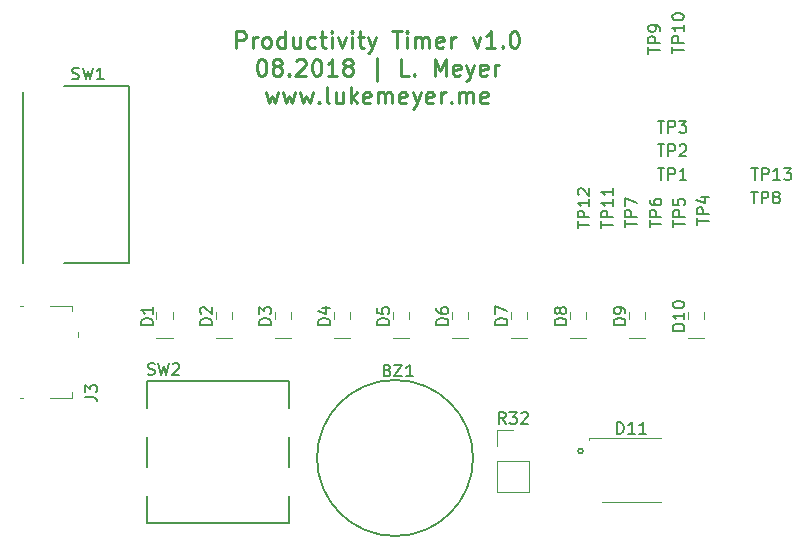
<source format=gto>
G04 #@! TF.FileFunction,Legend,Top*
%FSLAX46Y46*%
G04 Gerber Fmt 4.6, Leading zero omitted, Abs format (unit mm)*
G04 Created by KiCad (PCBNEW 4.0.7-e2-6376~58~ubuntu16.04.1) date Wed Aug 29 00:33:05 2018*
%MOMM*%
%LPD*%
G01*
G04 APERTURE LIST*
%ADD10C,0.100000*%
%ADD11C,0.200000*%
%ADD12C,0.250000*%
%ADD13C,0.150000*%
%ADD14C,0.120000*%
%ADD15C,3.400000*%
%ADD16R,2.400000X2.400000*%
%ADD17C,2.400000*%
%ADD18R,1.600000X1.600000*%
%ADD19R,2.400000X1.500000*%
%ADD20R,2.100000X2.100000*%
%ADD21O,2.100000X2.100000*%
%ADD22R,1.600000X2.100000*%
%ADD23O,1.600000X2.100000*%
%ADD24C,6.800000*%
%ADD25C,1.900000*%
%ADD26C,1.200000*%
%ADD27R,2.099260X1.598880*%
%ADD28O,2.099260X1.598880*%
%ADD29R,2.300000X1.900000*%
%ADD30C,1.850000*%
%ADD31R,1.750000X0.800000*%
%ADD32O,2.300000X1.600000*%
%ADD33R,2.300000X1.600000*%
G04 APERTURE END LIST*
D10*
D11*
X75900000Y-101400000D02*
G75*
G03X75900000Y-101400000I-200000J0D01*
G01*
D12*
X46566664Y-67283333D02*
X46566664Y-65883333D01*
X47099998Y-65883333D01*
X47233331Y-65950000D01*
X47299998Y-66016667D01*
X47366664Y-66150000D01*
X47366664Y-66350000D01*
X47299998Y-66483333D01*
X47233331Y-66550000D01*
X47099998Y-66616667D01*
X46566664Y-66616667D01*
X47966664Y-67283333D02*
X47966664Y-66350000D01*
X47966664Y-66616667D02*
X48033331Y-66483333D01*
X48099998Y-66416667D01*
X48233331Y-66350000D01*
X48366664Y-66350000D01*
X49033331Y-67283333D02*
X48899998Y-67216667D01*
X48833331Y-67150000D01*
X48766665Y-67016667D01*
X48766665Y-66616667D01*
X48833331Y-66483333D01*
X48899998Y-66416667D01*
X49033331Y-66350000D01*
X49233331Y-66350000D01*
X49366665Y-66416667D01*
X49433331Y-66483333D01*
X49499998Y-66616667D01*
X49499998Y-67016667D01*
X49433331Y-67150000D01*
X49366665Y-67216667D01*
X49233331Y-67283333D01*
X49033331Y-67283333D01*
X50699998Y-67283333D02*
X50699998Y-65883333D01*
X50699998Y-67216667D02*
X50566665Y-67283333D01*
X50299998Y-67283333D01*
X50166665Y-67216667D01*
X50099998Y-67150000D01*
X50033332Y-67016667D01*
X50033332Y-66616667D01*
X50099998Y-66483333D01*
X50166665Y-66416667D01*
X50299998Y-66350000D01*
X50566665Y-66350000D01*
X50699998Y-66416667D01*
X51966665Y-66350000D02*
X51966665Y-67283333D01*
X51366665Y-66350000D02*
X51366665Y-67083333D01*
X51433332Y-67216667D01*
X51566665Y-67283333D01*
X51766665Y-67283333D01*
X51899999Y-67216667D01*
X51966665Y-67150000D01*
X53233332Y-67216667D02*
X53099999Y-67283333D01*
X52833332Y-67283333D01*
X52699999Y-67216667D01*
X52633332Y-67150000D01*
X52566666Y-67016667D01*
X52566666Y-66616667D01*
X52633332Y-66483333D01*
X52699999Y-66416667D01*
X52833332Y-66350000D01*
X53099999Y-66350000D01*
X53233332Y-66416667D01*
X53633332Y-66350000D02*
X54166666Y-66350000D01*
X53833332Y-65883333D02*
X53833332Y-67083333D01*
X53899999Y-67216667D01*
X54033332Y-67283333D01*
X54166666Y-67283333D01*
X54633332Y-67283333D02*
X54633332Y-66350000D01*
X54633332Y-65883333D02*
X54566666Y-65950000D01*
X54633332Y-66016667D01*
X54699999Y-65950000D01*
X54633332Y-65883333D01*
X54633332Y-66016667D01*
X55166666Y-66350000D02*
X55499999Y-67283333D01*
X55833333Y-66350000D01*
X56366666Y-67283333D02*
X56366666Y-66350000D01*
X56366666Y-65883333D02*
X56300000Y-65950000D01*
X56366666Y-66016667D01*
X56433333Y-65950000D01*
X56366666Y-65883333D01*
X56366666Y-66016667D01*
X56833333Y-66350000D02*
X57366667Y-66350000D01*
X57033333Y-65883333D02*
X57033333Y-67083333D01*
X57100000Y-67216667D01*
X57233333Y-67283333D01*
X57366667Y-67283333D01*
X57700000Y-66350000D02*
X58033333Y-67283333D01*
X58366667Y-66350000D02*
X58033333Y-67283333D01*
X57900000Y-67616667D01*
X57833333Y-67683333D01*
X57700000Y-67750000D01*
X59766667Y-65883333D02*
X60566667Y-65883333D01*
X60166667Y-67283333D02*
X60166667Y-65883333D01*
X61033334Y-67283333D02*
X61033334Y-66350000D01*
X61033334Y-65883333D02*
X60966668Y-65950000D01*
X61033334Y-66016667D01*
X61100001Y-65950000D01*
X61033334Y-65883333D01*
X61033334Y-66016667D01*
X61700001Y-67283333D02*
X61700001Y-66350000D01*
X61700001Y-66483333D02*
X61766668Y-66416667D01*
X61900001Y-66350000D01*
X62100001Y-66350000D01*
X62233335Y-66416667D01*
X62300001Y-66550000D01*
X62300001Y-67283333D01*
X62300001Y-66550000D02*
X62366668Y-66416667D01*
X62500001Y-66350000D01*
X62700001Y-66350000D01*
X62833335Y-66416667D01*
X62900001Y-66550000D01*
X62900001Y-67283333D01*
X64100002Y-67216667D02*
X63966668Y-67283333D01*
X63700002Y-67283333D01*
X63566668Y-67216667D01*
X63500002Y-67083333D01*
X63500002Y-66550000D01*
X63566668Y-66416667D01*
X63700002Y-66350000D01*
X63966668Y-66350000D01*
X64100002Y-66416667D01*
X64166668Y-66550000D01*
X64166668Y-66683333D01*
X63500002Y-66816667D01*
X64766668Y-67283333D02*
X64766668Y-66350000D01*
X64766668Y-66616667D02*
X64833335Y-66483333D01*
X64900002Y-66416667D01*
X65033335Y-66350000D01*
X65166668Y-66350000D01*
X66566669Y-66350000D02*
X66900002Y-67283333D01*
X67233336Y-66350000D01*
X68500003Y-67283333D02*
X67700003Y-67283333D01*
X68100003Y-67283333D02*
X68100003Y-65883333D01*
X67966669Y-66083333D01*
X67833336Y-66216667D01*
X67700003Y-66283333D01*
X69100002Y-67150000D02*
X69166669Y-67216667D01*
X69100002Y-67283333D01*
X69033336Y-67216667D01*
X69100002Y-67150000D01*
X69100002Y-67283333D01*
X70033336Y-65883333D02*
X70166669Y-65883333D01*
X70300003Y-65950000D01*
X70366669Y-66016667D01*
X70433336Y-66150000D01*
X70500003Y-66416667D01*
X70500003Y-66750000D01*
X70433336Y-67016667D01*
X70366669Y-67150000D01*
X70300003Y-67216667D01*
X70166669Y-67283333D01*
X70033336Y-67283333D01*
X69900003Y-67216667D01*
X69833336Y-67150000D01*
X69766669Y-67016667D01*
X69700003Y-66750000D01*
X69700003Y-66416667D01*
X69766669Y-66150000D01*
X69833336Y-66016667D01*
X69900003Y-65950000D01*
X70033336Y-65883333D01*
X48633334Y-68233333D02*
X48766667Y-68233333D01*
X48900001Y-68300000D01*
X48966667Y-68366667D01*
X49033334Y-68500000D01*
X49100001Y-68766667D01*
X49100001Y-69100000D01*
X49033334Y-69366667D01*
X48966667Y-69500000D01*
X48900001Y-69566667D01*
X48766667Y-69633333D01*
X48633334Y-69633333D01*
X48500001Y-69566667D01*
X48433334Y-69500000D01*
X48366667Y-69366667D01*
X48300001Y-69100000D01*
X48300001Y-68766667D01*
X48366667Y-68500000D01*
X48433334Y-68366667D01*
X48500001Y-68300000D01*
X48633334Y-68233333D01*
X49900000Y-68833333D02*
X49766667Y-68766667D01*
X49700000Y-68700000D01*
X49633334Y-68566667D01*
X49633334Y-68500000D01*
X49700000Y-68366667D01*
X49766667Y-68300000D01*
X49900000Y-68233333D01*
X50166667Y-68233333D01*
X50300000Y-68300000D01*
X50366667Y-68366667D01*
X50433334Y-68500000D01*
X50433334Y-68566667D01*
X50366667Y-68700000D01*
X50300000Y-68766667D01*
X50166667Y-68833333D01*
X49900000Y-68833333D01*
X49766667Y-68900000D01*
X49700000Y-68966667D01*
X49633334Y-69100000D01*
X49633334Y-69366667D01*
X49700000Y-69500000D01*
X49766667Y-69566667D01*
X49900000Y-69633333D01*
X50166667Y-69633333D01*
X50300000Y-69566667D01*
X50366667Y-69500000D01*
X50433334Y-69366667D01*
X50433334Y-69100000D01*
X50366667Y-68966667D01*
X50300000Y-68900000D01*
X50166667Y-68833333D01*
X51033333Y-69500000D02*
X51100000Y-69566667D01*
X51033333Y-69633333D01*
X50966667Y-69566667D01*
X51033333Y-69500000D01*
X51033333Y-69633333D01*
X51633334Y-68366667D02*
X51700000Y-68300000D01*
X51833334Y-68233333D01*
X52166667Y-68233333D01*
X52300000Y-68300000D01*
X52366667Y-68366667D01*
X52433334Y-68500000D01*
X52433334Y-68633333D01*
X52366667Y-68833333D01*
X51566667Y-69633333D01*
X52433334Y-69633333D01*
X53300000Y-68233333D02*
X53433333Y-68233333D01*
X53566667Y-68300000D01*
X53633333Y-68366667D01*
X53700000Y-68500000D01*
X53766667Y-68766667D01*
X53766667Y-69100000D01*
X53700000Y-69366667D01*
X53633333Y-69500000D01*
X53566667Y-69566667D01*
X53433333Y-69633333D01*
X53300000Y-69633333D01*
X53166667Y-69566667D01*
X53100000Y-69500000D01*
X53033333Y-69366667D01*
X52966667Y-69100000D01*
X52966667Y-68766667D01*
X53033333Y-68500000D01*
X53100000Y-68366667D01*
X53166667Y-68300000D01*
X53300000Y-68233333D01*
X55100000Y-69633333D02*
X54300000Y-69633333D01*
X54700000Y-69633333D02*
X54700000Y-68233333D01*
X54566666Y-68433333D01*
X54433333Y-68566667D01*
X54300000Y-68633333D01*
X55899999Y-68833333D02*
X55766666Y-68766667D01*
X55699999Y-68700000D01*
X55633333Y-68566667D01*
X55633333Y-68500000D01*
X55699999Y-68366667D01*
X55766666Y-68300000D01*
X55899999Y-68233333D01*
X56166666Y-68233333D01*
X56299999Y-68300000D01*
X56366666Y-68366667D01*
X56433333Y-68500000D01*
X56433333Y-68566667D01*
X56366666Y-68700000D01*
X56299999Y-68766667D01*
X56166666Y-68833333D01*
X55899999Y-68833333D01*
X55766666Y-68900000D01*
X55699999Y-68966667D01*
X55633333Y-69100000D01*
X55633333Y-69366667D01*
X55699999Y-69500000D01*
X55766666Y-69566667D01*
X55899999Y-69633333D01*
X56166666Y-69633333D01*
X56299999Y-69566667D01*
X56366666Y-69500000D01*
X56433333Y-69366667D01*
X56433333Y-69100000D01*
X56366666Y-68966667D01*
X56299999Y-68900000D01*
X56166666Y-68833333D01*
X58433333Y-70100000D02*
X58433333Y-68100000D01*
X61166666Y-69633333D02*
X60499999Y-69633333D01*
X60499999Y-68233333D01*
X61633332Y-69500000D02*
X61699999Y-69566667D01*
X61633332Y-69633333D01*
X61566666Y-69566667D01*
X61633332Y-69500000D01*
X61633332Y-69633333D01*
X63366666Y-69633333D02*
X63366666Y-68233333D01*
X63833333Y-69233333D01*
X64300000Y-68233333D01*
X64300000Y-69633333D01*
X65500000Y-69566667D02*
X65366666Y-69633333D01*
X65100000Y-69633333D01*
X64966666Y-69566667D01*
X64900000Y-69433333D01*
X64900000Y-68900000D01*
X64966666Y-68766667D01*
X65100000Y-68700000D01*
X65366666Y-68700000D01*
X65500000Y-68766667D01*
X65566666Y-68900000D01*
X65566666Y-69033333D01*
X64900000Y-69166667D01*
X66033333Y-68700000D02*
X66366666Y-69633333D01*
X66700000Y-68700000D02*
X66366666Y-69633333D01*
X66233333Y-69966667D01*
X66166666Y-70033333D01*
X66033333Y-70100000D01*
X67766667Y-69566667D02*
X67633333Y-69633333D01*
X67366667Y-69633333D01*
X67233333Y-69566667D01*
X67166667Y-69433333D01*
X67166667Y-68900000D01*
X67233333Y-68766667D01*
X67366667Y-68700000D01*
X67633333Y-68700000D01*
X67766667Y-68766667D01*
X67833333Y-68900000D01*
X67833333Y-69033333D01*
X67166667Y-69166667D01*
X68433333Y-69633333D02*
X68433333Y-68700000D01*
X68433333Y-68966667D02*
X68500000Y-68833333D01*
X68566667Y-68766667D01*
X68700000Y-68700000D01*
X68833333Y-68700000D01*
X49033332Y-71050000D02*
X49299999Y-71983333D01*
X49566665Y-71316667D01*
X49833332Y-71983333D01*
X50099999Y-71050000D01*
X50499999Y-71050000D02*
X50766666Y-71983333D01*
X51033332Y-71316667D01*
X51299999Y-71983333D01*
X51566666Y-71050000D01*
X51966666Y-71050000D02*
X52233333Y-71983333D01*
X52499999Y-71316667D01*
X52766666Y-71983333D01*
X53033333Y-71050000D01*
X53566666Y-71850000D02*
X53633333Y-71916667D01*
X53566666Y-71983333D01*
X53500000Y-71916667D01*
X53566666Y-71850000D01*
X53566666Y-71983333D01*
X54433333Y-71983333D02*
X54300000Y-71916667D01*
X54233333Y-71783333D01*
X54233333Y-70583333D01*
X55566666Y-71050000D02*
X55566666Y-71983333D01*
X54966666Y-71050000D02*
X54966666Y-71783333D01*
X55033333Y-71916667D01*
X55166666Y-71983333D01*
X55366666Y-71983333D01*
X55500000Y-71916667D01*
X55566666Y-71850000D01*
X56233333Y-71983333D02*
X56233333Y-70583333D01*
X56366667Y-71450000D02*
X56766667Y-71983333D01*
X56766667Y-71050000D02*
X56233333Y-71583333D01*
X57900000Y-71916667D02*
X57766666Y-71983333D01*
X57500000Y-71983333D01*
X57366666Y-71916667D01*
X57300000Y-71783333D01*
X57300000Y-71250000D01*
X57366666Y-71116667D01*
X57500000Y-71050000D01*
X57766666Y-71050000D01*
X57900000Y-71116667D01*
X57966666Y-71250000D01*
X57966666Y-71383333D01*
X57300000Y-71516667D01*
X58566666Y-71983333D02*
X58566666Y-71050000D01*
X58566666Y-71183333D02*
X58633333Y-71116667D01*
X58766666Y-71050000D01*
X58966666Y-71050000D01*
X59100000Y-71116667D01*
X59166666Y-71250000D01*
X59166666Y-71983333D01*
X59166666Y-71250000D02*
X59233333Y-71116667D01*
X59366666Y-71050000D01*
X59566666Y-71050000D01*
X59700000Y-71116667D01*
X59766666Y-71250000D01*
X59766666Y-71983333D01*
X60966667Y-71916667D02*
X60833333Y-71983333D01*
X60566667Y-71983333D01*
X60433333Y-71916667D01*
X60366667Y-71783333D01*
X60366667Y-71250000D01*
X60433333Y-71116667D01*
X60566667Y-71050000D01*
X60833333Y-71050000D01*
X60966667Y-71116667D01*
X61033333Y-71250000D01*
X61033333Y-71383333D01*
X60366667Y-71516667D01*
X61500000Y-71050000D02*
X61833333Y-71983333D01*
X62166667Y-71050000D02*
X61833333Y-71983333D01*
X61700000Y-72316667D01*
X61633333Y-72383333D01*
X61500000Y-72450000D01*
X63233334Y-71916667D02*
X63100000Y-71983333D01*
X62833334Y-71983333D01*
X62700000Y-71916667D01*
X62633334Y-71783333D01*
X62633334Y-71250000D01*
X62700000Y-71116667D01*
X62833334Y-71050000D01*
X63100000Y-71050000D01*
X63233334Y-71116667D01*
X63300000Y-71250000D01*
X63300000Y-71383333D01*
X62633334Y-71516667D01*
X63900000Y-71983333D02*
X63900000Y-71050000D01*
X63900000Y-71316667D02*
X63966667Y-71183333D01*
X64033334Y-71116667D01*
X64166667Y-71050000D01*
X64300000Y-71050000D01*
X64766667Y-71850000D02*
X64833334Y-71916667D01*
X64766667Y-71983333D01*
X64700001Y-71916667D01*
X64766667Y-71850000D01*
X64766667Y-71983333D01*
X65433334Y-71983333D02*
X65433334Y-71050000D01*
X65433334Y-71183333D02*
X65500001Y-71116667D01*
X65633334Y-71050000D01*
X65833334Y-71050000D01*
X65966668Y-71116667D01*
X66033334Y-71250000D01*
X66033334Y-71983333D01*
X66033334Y-71250000D02*
X66100001Y-71116667D01*
X66233334Y-71050000D01*
X66433334Y-71050000D01*
X66566668Y-71116667D01*
X66633334Y-71250000D01*
X66633334Y-71983333D01*
X67833335Y-71916667D02*
X67700001Y-71983333D01*
X67433335Y-71983333D01*
X67300001Y-71916667D01*
X67233335Y-71783333D01*
X67233335Y-71250000D01*
X67300001Y-71116667D01*
X67433335Y-71050000D01*
X67700001Y-71050000D01*
X67833335Y-71116667D01*
X67900001Y-71250000D01*
X67900001Y-71383333D01*
X67233335Y-71516667D01*
D13*
X32000000Y-85500000D02*
X37500000Y-85500000D01*
X37500000Y-85500000D02*
X37500000Y-70500000D01*
X37500000Y-70500000D02*
X32000000Y-70500000D01*
X28500000Y-71000000D02*
X28500000Y-85500000D01*
X39000000Y-98000000D02*
X39000000Y-95500000D01*
X39000000Y-107500000D02*
X39000000Y-105000000D01*
X51000000Y-95500000D02*
X51000000Y-98000000D01*
X51000000Y-104500000D02*
X51000000Y-107500000D01*
X51000000Y-100000000D02*
X51000000Y-103000000D01*
X39000000Y-107500000D02*
X51000000Y-107500000D01*
X51000000Y-95500000D02*
X39000000Y-95500000D01*
X39000000Y-100000000D02*
X39000000Y-103000000D01*
D14*
X39800000Y-91800000D02*
X41200000Y-91800000D01*
X41200000Y-91800000D02*
X41200000Y-89000000D01*
X39800000Y-91800000D02*
X39800000Y-89000000D01*
X44800000Y-91800000D02*
X46200000Y-91800000D01*
X46200000Y-91800000D02*
X46200000Y-89000000D01*
X44800000Y-91800000D02*
X44800000Y-89000000D01*
X49800000Y-91800000D02*
X51200000Y-91800000D01*
X51200000Y-91800000D02*
X51200000Y-89000000D01*
X49800000Y-91800000D02*
X49800000Y-89000000D01*
X54800000Y-91800000D02*
X56200000Y-91800000D01*
X56200000Y-91800000D02*
X56200000Y-89000000D01*
X54800000Y-91800000D02*
X54800000Y-89000000D01*
X59800000Y-91800000D02*
X61200000Y-91800000D01*
X61200000Y-91800000D02*
X61200000Y-89000000D01*
X59800000Y-91800000D02*
X59800000Y-89000000D01*
X64800000Y-91800000D02*
X66200000Y-91800000D01*
X66200000Y-91800000D02*
X66200000Y-89000000D01*
X64800000Y-91800000D02*
X64800000Y-89000000D01*
X69800000Y-91800000D02*
X71200000Y-91800000D01*
X71200000Y-91800000D02*
X71200000Y-89000000D01*
X69800000Y-91800000D02*
X69800000Y-89000000D01*
X74800000Y-91800000D02*
X76200000Y-91800000D01*
X76200000Y-91800000D02*
X76200000Y-89000000D01*
X74800000Y-91800000D02*
X74800000Y-89000000D01*
X79800000Y-91800000D02*
X81200000Y-91800000D01*
X81200000Y-91800000D02*
X81200000Y-89000000D01*
X79800000Y-91800000D02*
X79800000Y-89000000D01*
X84800000Y-91800000D02*
X86200000Y-91800000D01*
X86200000Y-91800000D02*
X86200000Y-89000000D01*
X84800000Y-91800000D02*
X84800000Y-89000000D01*
X76400000Y-100300000D02*
X82500000Y-100300000D01*
X76400000Y-101400000D02*
X76400000Y-100300000D01*
X82500000Y-105700000D02*
X77500000Y-105700000D01*
X68670000Y-104870000D02*
X71330000Y-104870000D01*
X68670000Y-102270000D02*
X68670000Y-104870000D01*
X71330000Y-102270000D02*
X71330000Y-104870000D01*
X68670000Y-102270000D02*
X71330000Y-102270000D01*
X68670000Y-101000000D02*
X68670000Y-99670000D01*
X68670000Y-99670000D02*
X70000000Y-99670000D01*
D13*
X66604000Y-102000000D02*
G75*
G03X66604000Y-102000000I-6604000J0D01*
G01*
D14*
X32650000Y-89100000D02*
X32650000Y-89550000D01*
X30800000Y-89100000D02*
X32650000Y-89100000D01*
X28250000Y-96900000D02*
X28500000Y-96900000D01*
X28250000Y-89100000D02*
X28500000Y-89100000D01*
X30800000Y-96900000D02*
X32650000Y-96900000D01*
X32650000Y-96900000D02*
X32650000Y-96450000D01*
X33200000Y-91300000D02*
X33200000Y-91750000D01*
X33200000Y-91300000D02*
X32750000Y-91300000D01*
D13*
X32666667Y-69904762D02*
X32809524Y-69952381D01*
X33047620Y-69952381D01*
X33142858Y-69904762D01*
X33190477Y-69857143D01*
X33238096Y-69761905D01*
X33238096Y-69666667D01*
X33190477Y-69571429D01*
X33142858Y-69523810D01*
X33047620Y-69476190D01*
X32857143Y-69428571D01*
X32761905Y-69380952D01*
X32714286Y-69333333D01*
X32666667Y-69238095D01*
X32666667Y-69142857D01*
X32714286Y-69047619D01*
X32761905Y-69000000D01*
X32857143Y-68952381D01*
X33095239Y-68952381D01*
X33238096Y-69000000D01*
X33571429Y-68952381D02*
X33809524Y-69952381D01*
X34000001Y-69238095D01*
X34190477Y-69952381D01*
X34428572Y-68952381D01*
X35333334Y-69952381D02*
X34761905Y-69952381D01*
X35047619Y-69952381D02*
X35047619Y-68952381D01*
X34952381Y-69095238D01*
X34857143Y-69190476D01*
X34761905Y-69238095D01*
X39066667Y-94904762D02*
X39209524Y-94952381D01*
X39447620Y-94952381D01*
X39542858Y-94904762D01*
X39590477Y-94857143D01*
X39638096Y-94761905D01*
X39638096Y-94666667D01*
X39590477Y-94571429D01*
X39542858Y-94523810D01*
X39447620Y-94476190D01*
X39257143Y-94428571D01*
X39161905Y-94380952D01*
X39114286Y-94333333D01*
X39066667Y-94238095D01*
X39066667Y-94142857D01*
X39114286Y-94047619D01*
X39161905Y-94000000D01*
X39257143Y-93952381D01*
X39495239Y-93952381D01*
X39638096Y-94000000D01*
X39971429Y-93952381D02*
X40209524Y-94952381D01*
X40400001Y-94238095D01*
X40590477Y-94952381D01*
X40828572Y-93952381D01*
X41161905Y-94047619D02*
X41209524Y-94000000D01*
X41304762Y-93952381D01*
X41542858Y-93952381D01*
X41638096Y-94000000D01*
X41685715Y-94047619D01*
X41733334Y-94142857D01*
X41733334Y-94238095D01*
X41685715Y-94380952D01*
X41114286Y-94952381D01*
X41733334Y-94952381D01*
X39502381Y-90738095D02*
X38502381Y-90738095D01*
X38502381Y-90500000D01*
X38550000Y-90357142D01*
X38645238Y-90261904D01*
X38740476Y-90214285D01*
X38930952Y-90166666D01*
X39073810Y-90166666D01*
X39264286Y-90214285D01*
X39359524Y-90261904D01*
X39454762Y-90357142D01*
X39502381Y-90500000D01*
X39502381Y-90738095D01*
X39502381Y-89214285D02*
X39502381Y-89785714D01*
X39502381Y-89500000D02*
X38502381Y-89500000D01*
X38645238Y-89595238D01*
X38740476Y-89690476D01*
X38788095Y-89785714D01*
X44502381Y-90738095D02*
X43502381Y-90738095D01*
X43502381Y-90500000D01*
X43550000Y-90357142D01*
X43645238Y-90261904D01*
X43740476Y-90214285D01*
X43930952Y-90166666D01*
X44073810Y-90166666D01*
X44264286Y-90214285D01*
X44359524Y-90261904D01*
X44454762Y-90357142D01*
X44502381Y-90500000D01*
X44502381Y-90738095D01*
X43597619Y-89785714D02*
X43550000Y-89738095D01*
X43502381Y-89642857D01*
X43502381Y-89404761D01*
X43550000Y-89309523D01*
X43597619Y-89261904D01*
X43692857Y-89214285D01*
X43788095Y-89214285D01*
X43930952Y-89261904D01*
X44502381Y-89833333D01*
X44502381Y-89214285D01*
X49502381Y-90738095D02*
X48502381Y-90738095D01*
X48502381Y-90500000D01*
X48550000Y-90357142D01*
X48645238Y-90261904D01*
X48740476Y-90214285D01*
X48930952Y-90166666D01*
X49073810Y-90166666D01*
X49264286Y-90214285D01*
X49359524Y-90261904D01*
X49454762Y-90357142D01*
X49502381Y-90500000D01*
X49502381Y-90738095D01*
X48502381Y-89833333D02*
X48502381Y-89214285D01*
X48883333Y-89547619D01*
X48883333Y-89404761D01*
X48930952Y-89309523D01*
X48978571Y-89261904D01*
X49073810Y-89214285D01*
X49311905Y-89214285D01*
X49407143Y-89261904D01*
X49454762Y-89309523D01*
X49502381Y-89404761D01*
X49502381Y-89690476D01*
X49454762Y-89785714D01*
X49407143Y-89833333D01*
X54502381Y-90738095D02*
X53502381Y-90738095D01*
X53502381Y-90500000D01*
X53550000Y-90357142D01*
X53645238Y-90261904D01*
X53740476Y-90214285D01*
X53930952Y-90166666D01*
X54073810Y-90166666D01*
X54264286Y-90214285D01*
X54359524Y-90261904D01*
X54454762Y-90357142D01*
X54502381Y-90500000D01*
X54502381Y-90738095D01*
X53835714Y-89309523D02*
X54502381Y-89309523D01*
X53454762Y-89547619D02*
X54169048Y-89785714D01*
X54169048Y-89166666D01*
X59502381Y-90738095D02*
X58502381Y-90738095D01*
X58502381Y-90500000D01*
X58550000Y-90357142D01*
X58645238Y-90261904D01*
X58740476Y-90214285D01*
X58930952Y-90166666D01*
X59073810Y-90166666D01*
X59264286Y-90214285D01*
X59359524Y-90261904D01*
X59454762Y-90357142D01*
X59502381Y-90500000D01*
X59502381Y-90738095D01*
X58502381Y-89261904D02*
X58502381Y-89738095D01*
X58978571Y-89785714D01*
X58930952Y-89738095D01*
X58883333Y-89642857D01*
X58883333Y-89404761D01*
X58930952Y-89309523D01*
X58978571Y-89261904D01*
X59073810Y-89214285D01*
X59311905Y-89214285D01*
X59407143Y-89261904D01*
X59454762Y-89309523D01*
X59502381Y-89404761D01*
X59502381Y-89642857D01*
X59454762Y-89738095D01*
X59407143Y-89785714D01*
X64502381Y-90738095D02*
X63502381Y-90738095D01*
X63502381Y-90500000D01*
X63550000Y-90357142D01*
X63645238Y-90261904D01*
X63740476Y-90214285D01*
X63930952Y-90166666D01*
X64073810Y-90166666D01*
X64264286Y-90214285D01*
X64359524Y-90261904D01*
X64454762Y-90357142D01*
X64502381Y-90500000D01*
X64502381Y-90738095D01*
X63502381Y-89309523D02*
X63502381Y-89500000D01*
X63550000Y-89595238D01*
X63597619Y-89642857D01*
X63740476Y-89738095D01*
X63930952Y-89785714D01*
X64311905Y-89785714D01*
X64407143Y-89738095D01*
X64454762Y-89690476D01*
X64502381Y-89595238D01*
X64502381Y-89404761D01*
X64454762Y-89309523D01*
X64407143Y-89261904D01*
X64311905Y-89214285D01*
X64073810Y-89214285D01*
X63978571Y-89261904D01*
X63930952Y-89309523D01*
X63883333Y-89404761D01*
X63883333Y-89595238D01*
X63930952Y-89690476D01*
X63978571Y-89738095D01*
X64073810Y-89785714D01*
X69502381Y-90738095D02*
X68502381Y-90738095D01*
X68502381Y-90500000D01*
X68550000Y-90357142D01*
X68645238Y-90261904D01*
X68740476Y-90214285D01*
X68930952Y-90166666D01*
X69073810Y-90166666D01*
X69264286Y-90214285D01*
X69359524Y-90261904D01*
X69454762Y-90357142D01*
X69502381Y-90500000D01*
X69502381Y-90738095D01*
X68502381Y-89833333D02*
X68502381Y-89166666D01*
X69502381Y-89595238D01*
X74502381Y-90738095D02*
X73502381Y-90738095D01*
X73502381Y-90500000D01*
X73550000Y-90357142D01*
X73645238Y-90261904D01*
X73740476Y-90214285D01*
X73930952Y-90166666D01*
X74073810Y-90166666D01*
X74264286Y-90214285D01*
X74359524Y-90261904D01*
X74454762Y-90357142D01*
X74502381Y-90500000D01*
X74502381Y-90738095D01*
X73930952Y-89595238D02*
X73883333Y-89690476D01*
X73835714Y-89738095D01*
X73740476Y-89785714D01*
X73692857Y-89785714D01*
X73597619Y-89738095D01*
X73550000Y-89690476D01*
X73502381Y-89595238D01*
X73502381Y-89404761D01*
X73550000Y-89309523D01*
X73597619Y-89261904D01*
X73692857Y-89214285D01*
X73740476Y-89214285D01*
X73835714Y-89261904D01*
X73883333Y-89309523D01*
X73930952Y-89404761D01*
X73930952Y-89595238D01*
X73978571Y-89690476D01*
X74026190Y-89738095D01*
X74121429Y-89785714D01*
X74311905Y-89785714D01*
X74407143Y-89738095D01*
X74454762Y-89690476D01*
X74502381Y-89595238D01*
X74502381Y-89404761D01*
X74454762Y-89309523D01*
X74407143Y-89261904D01*
X74311905Y-89214285D01*
X74121429Y-89214285D01*
X74026190Y-89261904D01*
X73978571Y-89309523D01*
X73930952Y-89404761D01*
X79502381Y-90738095D02*
X78502381Y-90738095D01*
X78502381Y-90500000D01*
X78550000Y-90357142D01*
X78645238Y-90261904D01*
X78740476Y-90214285D01*
X78930952Y-90166666D01*
X79073810Y-90166666D01*
X79264286Y-90214285D01*
X79359524Y-90261904D01*
X79454762Y-90357142D01*
X79502381Y-90500000D01*
X79502381Y-90738095D01*
X79502381Y-89690476D02*
X79502381Y-89500000D01*
X79454762Y-89404761D01*
X79407143Y-89357142D01*
X79264286Y-89261904D01*
X79073810Y-89214285D01*
X78692857Y-89214285D01*
X78597619Y-89261904D01*
X78550000Y-89309523D01*
X78502381Y-89404761D01*
X78502381Y-89595238D01*
X78550000Y-89690476D01*
X78597619Y-89738095D01*
X78692857Y-89785714D01*
X78930952Y-89785714D01*
X79026190Y-89738095D01*
X79073810Y-89690476D01*
X79121429Y-89595238D01*
X79121429Y-89404761D01*
X79073810Y-89309523D01*
X79026190Y-89261904D01*
X78930952Y-89214285D01*
X84502381Y-91214286D02*
X83502381Y-91214286D01*
X83502381Y-90976191D01*
X83550000Y-90833333D01*
X83645238Y-90738095D01*
X83740476Y-90690476D01*
X83930952Y-90642857D01*
X84073810Y-90642857D01*
X84264286Y-90690476D01*
X84359524Y-90738095D01*
X84454762Y-90833333D01*
X84502381Y-90976191D01*
X84502381Y-91214286D01*
X84502381Y-89690476D02*
X84502381Y-90261905D01*
X84502381Y-89976191D02*
X83502381Y-89976191D01*
X83645238Y-90071429D01*
X83740476Y-90166667D01*
X83788095Y-90261905D01*
X83502381Y-89071429D02*
X83502381Y-88976190D01*
X83550000Y-88880952D01*
X83597619Y-88833333D01*
X83692857Y-88785714D01*
X83883333Y-88738095D01*
X84121429Y-88738095D01*
X84311905Y-88785714D01*
X84407143Y-88833333D01*
X84454762Y-88880952D01*
X84502381Y-88976190D01*
X84502381Y-89071429D01*
X84454762Y-89166667D01*
X84407143Y-89214286D01*
X84311905Y-89261905D01*
X84121429Y-89309524D01*
X83883333Y-89309524D01*
X83692857Y-89261905D01*
X83597619Y-89214286D01*
X83550000Y-89166667D01*
X83502381Y-89071429D01*
X78785714Y-99952381D02*
X78785714Y-98952381D01*
X79023809Y-98952381D01*
X79166667Y-99000000D01*
X79261905Y-99095238D01*
X79309524Y-99190476D01*
X79357143Y-99380952D01*
X79357143Y-99523810D01*
X79309524Y-99714286D01*
X79261905Y-99809524D01*
X79166667Y-99904762D01*
X79023809Y-99952381D01*
X78785714Y-99952381D01*
X80309524Y-99952381D02*
X79738095Y-99952381D01*
X80023809Y-99952381D02*
X80023809Y-98952381D01*
X79928571Y-99095238D01*
X79833333Y-99190476D01*
X79738095Y-99238095D01*
X81261905Y-99952381D02*
X80690476Y-99952381D01*
X80976190Y-99952381D02*
X80976190Y-98952381D01*
X80880952Y-99095238D01*
X80785714Y-99190476D01*
X80690476Y-99238095D01*
X69357143Y-99122381D02*
X69023809Y-98646190D01*
X68785714Y-99122381D02*
X68785714Y-98122381D01*
X69166667Y-98122381D01*
X69261905Y-98170000D01*
X69309524Y-98217619D01*
X69357143Y-98312857D01*
X69357143Y-98455714D01*
X69309524Y-98550952D01*
X69261905Y-98598571D01*
X69166667Y-98646190D01*
X68785714Y-98646190D01*
X69690476Y-98122381D02*
X70309524Y-98122381D01*
X69976190Y-98503333D01*
X70119048Y-98503333D01*
X70214286Y-98550952D01*
X70261905Y-98598571D01*
X70309524Y-98693810D01*
X70309524Y-98931905D01*
X70261905Y-99027143D01*
X70214286Y-99074762D01*
X70119048Y-99122381D01*
X69833333Y-99122381D01*
X69738095Y-99074762D01*
X69690476Y-99027143D01*
X70690476Y-98217619D02*
X70738095Y-98170000D01*
X70833333Y-98122381D01*
X71071429Y-98122381D01*
X71166667Y-98170000D01*
X71214286Y-98217619D01*
X71261905Y-98312857D01*
X71261905Y-98408095D01*
X71214286Y-98550952D01*
X70642857Y-99122381D01*
X71261905Y-99122381D01*
X82238095Y-77452381D02*
X82809524Y-77452381D01*
X82523809Y-78452381D02*
X82523809Y-77452381D01*
X83142857Y-78452381D02*
X83142857Y-77452381D01*
X83523810Y-77452381D01*
X83619048Y-77500000D01*
X83666667Y-77547619D01*
X83714286Y-77642857D01*
X83714286Y-77785714D01*
X83666667Y-77880952D01*
X83619048Y-77928571D01*
X83523810Y-77976190D01*
X83142857Y-77976190D01*
X84666667Y-78452381D02*
X84095238Y-78452381D01*
X84380952Y-78452381D02*
X84380952Y-77452381D01*
X84285714Y-77595238D01*
X84190476Y-77690476D01*
X84095238Y-77738095D01*
X82238095Y-75452381D02*
X82809524Y-75452381D01*
X82523809Y-76452381D02*
X82523809Y-75452381D01*
X83142857Y-76452381D02*
X83142857Y-75452381D01*
X83523810Y-75452381D01*
X83619048Y-75500000D01*
X83666667Y-75547619D01*
X83714286Y-75642857D01*
X83714286Y-75785714D01*
X83666667Y-75880952D01*
X83619048Y-75928571D01*
X83523810Y-75976190D01*
X83142857Y-75976190D01*
X84095238Y-75547619D02*
X84142857Y-75500000D01*
X84238095Y-75452381D01*
X84476191Y-75452381D01*
X84571429Y-75500000D01*
X84619048Y-75547619D01*
X84666667Y-75642857D01*
X84666667Y-75738095D01*
X84619048Y-75880952D01*
X84047619Y-76452381D01*
X84666667Y-76452381D01*
X82238095Y-73452381D02*
X82809524Y-73452381D01*
X82523809Y-74452381D02*
X82523809Y-73452381D01*
X83142857Y-74452381D02*
X83142857Y-73452381D01*
X83523810Y-73452381D01*
X83619048Y-73500000D01*
X83666667Y-73547619D01*
X83714286Y-73642857D01*
X83714286Y-73785714D01*
X83666667Y-73880952D01*
X83619048Y-73928571D01*
X83523810Y-73976190D01*
X83142857Y-73976190D01*
X84047619Y-73452381D02*
X84666667Y-73452381D01*
X84333333Y-73833333D01*
X84476191Y-73833333D01*
X84571429Y-73880952D01*
X84619048Y-73928571D01*
X84666667Y-74023810D01*
X84666667Y-74261905D01*
X84619048Y-74357143D01*
X84571429Y-74404762D01*
X84476191Y-74452381D01*
X84190476Y-74452381D01*
X84095238Y-74404762D01*
X84047619Y-74357143D01*
X85552381Y-82261905D02*
X85552381Y-81690476D01*
X86552381Y-81976191D02*
X85552381Y-81976191D01*
X86552381Y-81357143D02*
X85552381Y-81357143D01*
X85552381Y-80976190D01*
X85600000Y-80880952D01*
X85647619Y-80833333D01*
X85742857Y-80785714D01*
X85885714Y-80785714D01*
X85980952Y-80833333D01*
X86028571Y-80880952D01*
X86076190Y-80976190D01*
X86076190Y-81357143D01*
X85885714Y-79928571D02*
X86552381Y-79928571D01*
X85504762Y-80166667D02*
X86219048Y-80404762D01*
X86219048Y-79785714D01*
X83552381Y-82461905D02*
X83552381Y-81890476D01*
X84552381Y-82176191D02*
X83552381Y-82176191D01*
X84552381Y-81557143D02*
X83552381Y-81557143D01*
X83552381Y-81176190D01*
X83600000Y-81080952D01*
X83647619Y-81033333D01*
X83742857Y-80985714D01*
X83885714Y-80985714D01*
X83980952Y-81033333D01*
X84028571Y-81080952D01*
X84076190Y-81176190D01*
X84076190Y-81557143D01*
X83552381Y-80080952D02*
X83552381Y-80557143D01*
X84028571Y-80604762D01*
X83980952Y-80557143D01*
X83933333Y-80461905D01*
X83933333Y-80223809D01*
X83980952Y-80128571D01*
X84028571Y-80080952D01*
X84123810Y-80033333D01*
X84361905Y-80033333D01*
X84457143Y-80080952D01*
X84504762Y-80128571D01*
X84552381Y-80223809D01*
X84552381Y-80461905D01*
X84504762Y-80557143D01*
X84457143Y-80604762D01*
X81552381Y-82461905D02*
X81552381Y-81890476D01*
X82552381Y-82176191D02*
X81552381Y-82176191D01*
X82552381Y-81557143D02*
X81552381Y-81557143D01*
X81552381Y-81176190D01*
X81600000Y-81080952D01*
X81647619Y-81033333D01*
X81742857Y-80985714D01*
X81885714Y-80985714D01*
X81980952Y-81033333D01*
X82028571Y-81080952D01*
X82076190Y-81176190D01*
X82076190Y-81557143D01*
X81552381Y-80128571D02*
X81552381Y-80319048D01*
X81600000Y-80414286D01*
X81647619Y-80461905D01*
X81790476Y-80557143D01*
X81980952Y-80604762D01*
X82361905Y-80604762D01*
X82457143Y-80557143D01*
X82504762Y-80509524D01*
X82552381Y-80414286D01*
X82552381Y-80223809D01*
X82504762Y-80128571D01*
X82457143Y-80080952D01*
X82361905Y-80033333D01*
X82123810Y-80033333D01*
X82028571Y-80080952D01*
X81980952Y-80128571D01*
X81933333Y-80223809D01*
X81933333Y-80414286D01*
X81980952Y-80509524D01*
X82028571Y-80557143D01*
X82123810Y-80604762D01*
X79452381Y-82461905D02*
X79452381Y-81890476D01*
X80452381Y-82176191D02*
X79452381Y-82176191D01*
X80452381Y-81557143D02*
X79452381Y-81557143D01*
X79452381Y-81176190D01*
X79500000Y-81080952D01*
X79547619Y-81033333D01*
X79642857Y-80985714D01*
X79785714Y-80985714D01*
X79880952Y-81033333D01*
X79928571Y-81080952D01*
X79976190Y-81176190D01*
X79976190Y-81557143D01*
X79452381Y-80652381D02*
X79452381Y-79985714D01*
X80452381Y-80414286D01*
X90138095Y-79452381D02*
X90709524Y-79452381D01*
X90423809Y-80452381D02*
X90423809Y-79452381D01*
X91042857Y-80452381D02*
X91042857Y-79452381D01*
X91423810Y-79452381D01*
X91519048Y-79500000D01*
X91566667Y-79547619D01*
X91614286Y-79642857D01*
X91614286Y-79785714D01*
X91566667Y-79880952D01*
X91519048Y-79928571D01*
X91423810Y-79976190D01*
X91042857Y-79976190D01*
X92185714Y-79880952D02*
X92090476Y-79833333D01*
X92042857Y-79785714D01*
X91995238Y-79690476D01*
X91995238Y-79642857D01*
X92042857Y-79547619D01*
X92090476Y-79500000D01*
X92185714Y-79452381D01*
X92376191Y-79452381D01*
X92471429Y-79500000D01*
X92519048Y-79547619D01*
X92566667Y-79642857D01*
X92566667Y-79690476D01*
X92519048Y-79785714D01*
X92471429Y-79833333D01*
X92376191Y-79880952D01*
X92185714Y-79880952D01*
X92090476Y-79928571D01*
X92042857Y-79976190D01*
X91995238Y-80071429D01*
X91995238Y-80261905D01*
X92042857Y-80357143D01*
X92090476Y-80404762D01*
X92185714Y-80452381D01*
X92376191Y-80452381D01*
X92471429Y-80404762D01*
X92519048Y-80357143D01*
X92566667Y-80261905D01*
X92566667Y-80071429D01*
X92519048Y-79976190D01*
X92471429Y-79928571D01*
X92376191Y-79880952D01*
X81452381Y-67761905D02*
X81452381Y-67190476D01*
X82452381Y-67476191D02*
X81452381Y-67476191D01*
X82452381Y-66857143D02*
X81452381Y-66857143D01*
X81452381Y-66476190D01*
X81500000Y-66380952D01*
X81547619Y-66333333D01*
X81642857Y-66285714D01*
X81785714Y-66285714D01*
X81880952Y-66333333D01*
X81928571Y-66380952D01*
X81976190Y-66476190D01*
X81976190Y-66857143D01*
X82452381Y-65809524D02*
X82452381Y-65619048D01*
X82404762Y-65523809D01*
X82357143Y-65476190D01*
X82214286Y-65380952D01*
X82023810Y-65333333D01*
X81642857Y-65333333D01*
X81547619Y-65380952D01*
X81500000Y-65428571D01*
X81452381Y-65523809D01*
X81452381Y-65714286D01*
X81500000Y-65809524D01*
X81547619Y-65857143D01*
X81642857Y-65904762D01*
X81880952Y-65904762D01*
X81976190Y-65857143D01*
X82023810Y-65809524D01*
X82071429Y-65714286D01*
X82071429Y-65523809D01*
X82023810Y-65428571D01*
X81976190Y-65380952D01*
X81880952Y-65333333D01*
X83452381Y-67738095D02*
X83452381Y-67166666D01*
X84452381Y-67452381D02*
X83452381Y-67452381D01*
X84452381Y-66833333D02*
X83452381Y-66833333D01*
X83452381Y-66452380D01*
X83500000Y-66357142D01*
X83547619Y-66309523D01*
X83642857Y-66261904D01*
X83785714Y-66261904D01*
X83880952Y-66309523D01*
X83928571Y-66357142D01*
X83976190Y-66452380D01*
X83976190Y-66833333D01*
X84452381Y-65309523D02*
X84452381Y-65880952D01*
X84452381Y-65595238D02*
X83452381Y-65595238D01*
X83595238Y-65690476D01*
X83690476Y-65785714D01*
X83738095Y-65880952D01*
X83452381Y-64690476D02*
X83452381Y-64595237D01*
X83500000Y-64499999D01*
X83547619Y-64452380D01*
X83642857Y-64404761D01*
X83833333Y-64357142D01*
X84071429Y-64357142D01*
X84261905Y-64404761D01*
X84357143Y-64452380D01*
X84404762Y-64499999D01*
X84452381Y-64595237D01*
X84452381Y-64690476D01*
X84404762Y-64785714D01*
X84357143Y-64833333D01*
X84261905Y-64880952D01*
X84071429Y-64928571D01*
X83833333Y-64928571D01*
X83642857Y-64880952D01*
X83547619Y-64833333D01*
X83500000Y-64785714D01*
X83452381Y-64690476D01*
X77452381Y-82538095D02*
X77452381Y-81966666D01*
X78452381Y-82252381D02*
X77452381Y-82252381D01*
X78452381Y-81633333D02*
X77452381Y-81633333D01*
X77452381Y-81252380D01*
X77500000Y-81157142D01*
X77547619Y-81109523D01*
X77642857Y-81061904D01*
X77785714Y-81061904D01*
X77880952Y-81109523D01*
X77928571Y-81157142D01*
X77976190Y-81252380D01*
X77976190Y-81633333D01*
X78452381Y-80109523D02*
X78452381Y-80680952D01*
X78452381Y-80395238D02*
X77452381Y-80395238D01*
X77595238Y-80490476D01*
X77690476Y-80585714D01*
X77738095Y-80680952D01*
X78452381Y-79157142D02*
X78452381Y-79728571D01*
X78452381Y-79442857D02*
X77452381Y-79442857D01*
X77595238Y-79538095D01*
X77690476Y-79633333D01*
X77738095Y-79728571D01*
X75452381Y-82538095D02*
X75452381Y-81966666D01*
X76452381Y-82252381D02*
X75452381Y-82252381D01*
X76452381Y-81633333D02*
X75452381Y-81633333D01*
X75452381Y-81252380D01*
X75500000Y-81157142D01*
X75547619Y-81109523D01*
X75642857Y-81061904D01*
X75785714Y-81061904D01*
X75880952Y-81109523D01*
X75928571Y-81157142D01*
X75976190Y-81252380D01*
X75976190Y-81633333D01*
X76452381Y-80109523D02*
X76452381Y-80680952D01*
X76452381Y-80395238D02*
X75452381Y-80395238D01*
X75595238Y-80490476D01*
X75690476Y-80585714D01*
X75738095Y-80680952D01*
X75547619Y-79728571D02*
X75500000Y-79680952D01*
X75452381Y-79585714D01*
X75452381Y-79347618D01*
X75500000Y-79252380D01*
X75547619Y-79204761D01*
X75642857Y-79157142D01*
X75738095Y-79157142D01*
X75880952Y-79204761D01*
X76452381Y-79776190D01*
X76452381Y-79157142D01*
X90161905Y-77452381D02*
X90733334Y-77452381D01*
X90447619Y-78452381D02*
X90447619Y-77452381D01*
X91066667Y-78452381D02*
X91066667Y-77452381D01*
X91447620Y-77452381D01*
X91542858Y-77500000D01*
X91590477Y-77547619D01*
X91638096Y-77642857D01*
X91638096Y-77785714D01*
X91590477Y-77880952D01*
X91542858Y-77928571D01*
X91447620Y-77976190D01*
X91066667Y-77976190D01*
X92590477Y-78452381D02*
X92019048Y-78452381D01*
X92304762Y-78452381D02*
X92304762Y-77452381D01*
X92209524Y-77595238D01*
X92114286Y-77690476D01*
X92019048Y-77738095D01*
X92923810Y-77452381D02*
X93542858Y-77452381D01*
X93209524Y-77833333D01*
X93352382Y-77833333D01*
X93447620Y-77880952D01*
X93495239Y-77928571D01*
X93542858Y-78023810D01*
X93542858Y-78261905D01*
X93495239Y-78357143D01*
X93447620Y-78404762D01*
X93352382Y-78452381D01*
X93066667Y-78452381D01*
X92971429Y-78404762D01*
X92923810Y-78357143D01*
X59373048Y-94562571D02*
X59515905Y-94610190D01*
X59563524Y-94657810D01*
X59611143Y-94753048D01*
X59611143Y-94895905D01*
X59563524Y-94991143D01*
X59515905Y-95038762D01*
X59420667Y-95086381D01*
X59039714Y-95086381D01*
X59039714Y-94086381D01*
X59373048Y-94086381D01*
X59468286Y-94134000D01*
X59515905Y-94181619D01*
X59563524Y-94276857D01*
X59563524Y-94372095D01*
X59515905Y-94467333D01*
X59468286Y-94514952D01*
X59373048Y-94562571D01*
X59039714Y-94562571D01*
X59944476Y-94086381D02*
X60611143Y-94086381D01*
X59944476Y-95086381D01*
X60611143Y-95086381D01*
X61515905Y-95086381D02*
X60944476Y-95086381D01*
X61230190Y-95086381D02*
X61230190Y-94086381D01*
X61134952Y-94229238D01*
X61039714Y-94324476D01*
X60944476Y-94372095D01*
X33752381Y-96833333D02*
X34466667Y-96833333D01*
X34609524Y-96880953D01*
X34704762Y-96976191D01*
X34752381Y-97119048D01*
X34752381Y-97214286D01*
X33752381Y-96452381D02*
X33752381Y-95833333D01*
X34133333Y-96166667D01*
X34133333Y-96023809D01*
X34180952Y-95928571D01*
X34228571Y-95880952D01*
X34323810Y-95833333D01*
X34561905Y-95833333D01*
X34657143Y-95880952D01*
X34704762Y-95928571D01*
X34752381Y-96023809D01*
X34752381Y-96309524D01*
X34704762Y-96404762D01*
X34657143Y-96452381D01*
%LPC*%
D15*
X40127000Y-82699000D03*
X40000000Y-78000000D03*
X40127000Y-73301000D03*
X30475000Y-84604000D03*
X30475000Y-71396000D03*
D16*
X39000000Y-99000000D03*
D17*
X51000000Y-99000000D03*
X51000000Y-104000000D03*
X39000000Y-104000000D03*
D18*
X40500000Y-88900000D03*
X40500000Y-91100000D03*
X45500000Y-88900000D03*
X45500000Y-91100000D03*
X50500000Y-88900000D03*
X50500000Y-91100000D03*
X55500000Y-88900000D03*
X55500000Y-91100000D03*
X60500000Y-88900000D03*
X60500000Y-91100000D03*
X65500000Y-88900000D03*
X65500000Y-91100000D03*
X70500000Y-88900000D03*
X70500000Y-91100000D03*
X75500000Y-88900000D03*
X75500000Y-91100000D03*
X80500000Y-88900000D03*
X80500000Y-91100000D03*
X85500000Y-88900000D03*
X85500000Y-91100000D03*
D19*
X77600000Y-101300000D03*
X77600000Y-103000000D03*
X77600000Y-104700000D03*
X82400000Y-104700000D03*
X82400000Y-103000000D03*
X82400000Y-101300000D03*
D20*
X79000000Y-63000000D03*
D21*
X76460000Y-63000000D03*
X73920000Y-63000000D03*
D22*
X63000000Y-64000000D03*
D23*
X65000000Y-64000000D03*
X67000000Y-64000000D03*
X69000000Y-64000000D03*
D24*
X94000000Y-64000000D03*
X32000000Y-106000000D03*
X32000000Y-64000000D03*
X94000000Y-106000000D03*
D20*
X70000000Y-101000000D03*
D21*
X70000000Y-103540000D03*
D25*
X80500000Y-78000000D03*
X81000000Y-76000000D03*
X80500000Y-74000000D03*
X86000000Y-84000000D03*
X84000000Y-84000000D03*
X82000000Y-84000000D03*
X80000000Y-84000000D03*
X89000000Y-80000000D03*
X82000000Y-69000000D03*
X84000000Y-69000000D03*
X78000000Y-84000000D03*
X76000000Y-84000000D03*
X89000000Y-78000000D03*
D17*
X62500000Y-102000000D03*
X57500000Y-102000000D03*
D26*
X60000000Y-97500000D03*
X60000000Y-106500000D03*
D27*
X44000000Y-64001020D03*
D28*
X44000000Y-66000000D03*
X44000000Y-67998980D03*
D29*
X29650000Y-94000000D03*
D30*
X32350000Y-90500000D03*
D31*
X32350000Y-92350000D03*
X32350000Y-91700000D03*
X32350000Y-94300000D03*
X32350000Y-93650000D03*
X32350000Y-93000000D03*
D30*
X32350000Y-95500000D03*
D29*
X29650000Y-92000000D03*
D32*
X29650000Y-89500000D03*
X29650000Y-96500000D03*
D33*
X29650000Y-95900000D03*
X29650000Y-90100000D03*
M02*

</source>
